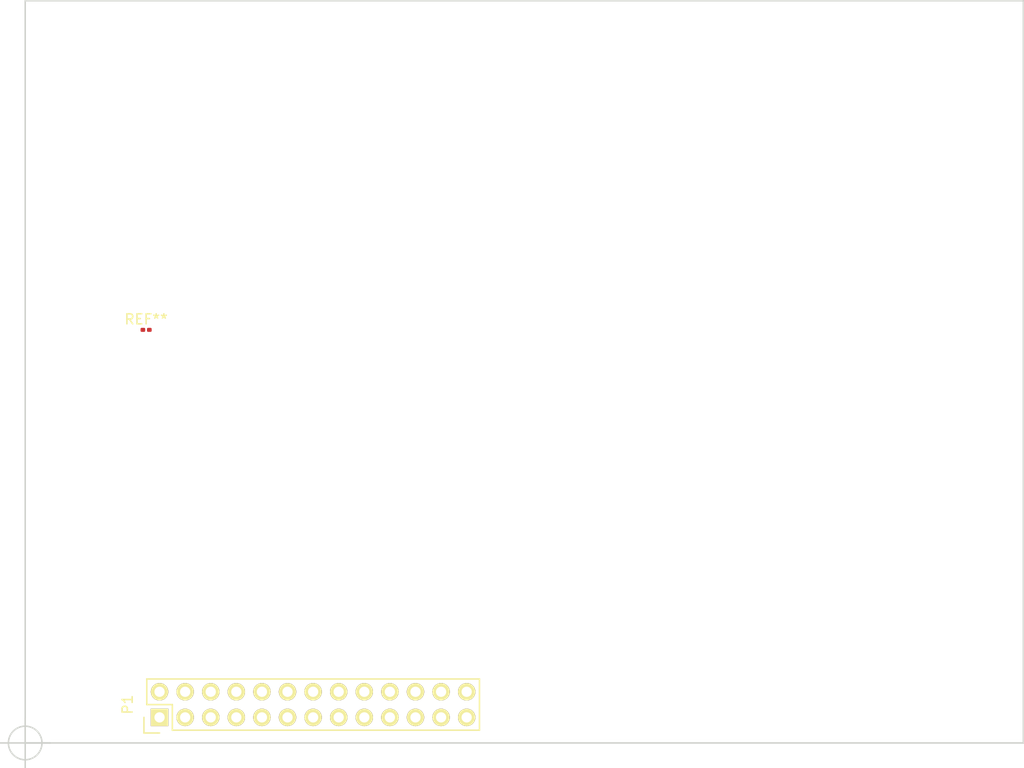
<source format=kicad_pcb>
(kicad_pcb (version 20220621) (generator pcbnew)
  (layers (0 "F.Cu" signal) (31 "B.Cu" signal) (34 "B.Paste" user) (35 "F.Paste" user) (36 "B.SilkS" user "B.Silkscreen") (37 "F.SilkS" user "F.Silkscreen") (38 "B.Mask" user) (39 "F.Mask" user) (44 "Edge.Cuts" user))
  (net 0 "")
  (net 1 "GND")
  (net 2 "+5V")
  (net 3 "+3V3")
  (net 4 "GPIO_SPI_CS#")
  (net 5 "GPIO_UART1_TXD")
  (net 6 "GPIO_SPI_MISO")
  (net 7 "GPIO_UART1_RXD")
  (net 8 "GPIO_SPI_MOSI")
  (net 9 "GPIO_UART1_CTS")
  (net 10 "GPIO_SPI_CLK")
  (net 11 "GPIO_UART1_RTS")
  (net 12 "GPIO_I2C_SCL")
  (net 13 "GPIO_I2S_CLK")
  (net 14 "GPIO_I2C_SDA")
  (net 15 "GPIO_I2S_FRM")
  (net 16 "GPIO_UART2_TXD")
  (net 17 "GPIO_I2S_DO")
  (net 18 "GPIO_UART2_RXD")
  (net 19 "GPIO_I2S_DI")
  (net 20 "GPIO_S5_0")
  (net 21 "GPIO_PWM0")
  (net 22 "GPIO_S5_1")
  (net 23 "GPIO_PWM1")
  (net 24 "GPIO_S5_2")
  (net 25 "I2SMCLK_GPIO")
  (footprint "Pin_Headers:Pin_Header_Straight_2x13" (layer "F.Cu") (at 109.855 142.24 90)
    (fp_text reference "P1" (at 1.27 -3.175 90) (layer "F.SilkS"))
    (fp_text value "CONN_02X13" hide)
    (fp_line (start -1.55 -1.55) (end -1.55 0) (stroke (width 0.15)) (layer "F.SilkS"))
    (fp_line (start -1.27 1.27) (end -1.27 31.75) (stroke (width 0.15)) (layer "F.SilkS"))
    (fp_line (start 0 -1.55) (end -1.55 -1.55) (stroke (width 0.15)) (layer "F.SilkS"))
    (fp_line (start 1.27 -1.27) (end 1.27 1.27) (stroke (width 0.15)) (layer "F.SilkS"))
    (fp_line (start 1.27 1.27) (end -1.27 1.27) (stroke (width 0.15)) (layer "F.SilkS"))
    (fp_line (start 3.81 -1.27) (end 1.27 -1.27) (stroke (width 0.15)) (layer "F.SilkS"))
    (fp_line (start 3.81 -1.27) (end 3.81 31.75) (stroke (width 0.15)) (layer "F.SilkS"))
    (fp_line (start 3.81 31.75) (end -1.27 31.75) (stroke (width 0.15)) (layer "F.SilkS"))
    (pad "1" thru_hole rect locked (at 0 0 90) (size 1.7272 1.7272) (drill 1.016) (layers *.Cu *.Mask "F.SilkS") (net 1 "GND"))
    (pad "2" thru_hole oval locked (at 2.54 0 90) (size 1.7272 1.7272) (drill 1.016) (layers *.Cu *.Mask "F.SilkS") (net 1 "GND"))
    (pad "3" thru_hole oval locked (at 0 2.54 90) (size 1.7272 1.7272) (drill 1.016) (layers *.Cu *.Mask "F.SilkS") (net 2 "+5V"))
    (pad "4" thru_hole oval locked (at 2.54 2.54 90) (size 1.7272 1.7272) (drill 1.016) (layers *.Cu *.Mask "F.SilkS") (net 3 "+3V3"))
    (pad "5" thru_hole oval locked (at 0 5.08 90) (size 1.7272 1.7272) (drill 1.016) (layers *.Cu *.Mask "F.SilkS") (net 4 "GPIO_SPI_CS#"))
    (pad "6" thru_hole oval locked (at 2.54 5.08 90) (size 1.7272 1.7272) (drill 1.016) (layers *.Cu *.Mask "F.SilkS") (net 5 "GPIO_UART1_TXD"))
    (pad "7" thru_hole oval locked (at 0 7.62 90) (size 1.7272 1.7272) (drill 1.016) (layers *.Cu *.Mask "F.SilkS") (net 6 "GPIO_SPI_MISO"))
    (pad "8" thru_hole oval locked (at 2.54 7.62 90) (size 1.7272 1.7272) (drill 1.016) (layers *.Cu *.Mask "F.SilkS") (net 7 "GPIO_UART1_RXD"))
    (pad "9" thru_hole oval locked (at 0 10.16 90) (size 1.7272 1.7272) (drill 1.016) (layers *.Cu *.Mask "F.SilkS") (net 8 "GPIO_SPI_MOSI"))
    (pad "10" thru_hole oval locked (at 2.54 10.16 90) (size 1.7272 1.7272) (drill 1.016) (layers *.Cu *.Mask "F.SilkS") (net 9 "GPIO_UART1_CTS"))
    (pad "11" thru_hole oval locked (at 0 12.7 90) (size 1.7272 1.7272) (drill 1.016) (layers *.Cu *.Mask "F.SilkS") (net 10 "GPIO_SPI_CLK"))
    (pad "12" thru_hole oval locked (at 2.54 12.7 90) (size 1.7272 1.7272) (drill 1.016) (layers *.Cu *.Mask "F.SilkS") (net 11 "GPIO_UART1_RTS"))
    (pad "13" thru_hole oval locked (at 0 15.24 90) (size 1.7272 1.7272) (drill 1.016) (layers *.Cu *.Mask "F.SilkS") (net 12 "GPIO_I2C_SCL"))
    (pad "14" thru_hole oval locked (at 2.54 15.24 90) (size 1.7272 1.7272) (drill 1.016) (layers *.Cu *.Mask "F.SilkS") (net 13 "GPIO_I2S_CLK"))
    (pad "15" thru_hole oval locked (at 0 17.78 90) (size 1.7272 1.7272) (drill 1.016) (layers *.Cu *.Mask "F.SilkS") (net 14 "GPIO_I2C_SDA"))
    (pad "16" thru_hole oval locked (at 2.54 17.78 90) (size 1.7272 1.7272) (drill 1.016) (layers *.Cu *.Mask "F.SilkS") (net 15 "GPIO_I2S_FRM"))
    (pad "17" thru_hole oval locked (at 0 20.32 90) (size 1.7272 1.7272) (drill 1.016) (layers *.Cu *.Mask "F.SilkS") (net 16 "GPIO_UART2_TXD"))
    (pad "18" thru_hole oval locked (at 2.54 20.32 90) (size 1.7272 1.7272) (drill 1.016) (layers *.Cu *.Mask "F.SilkS") (net 17 "GPIO_I2S_DO"))
    (pad "19" thru_hole oval locked (at 0 22.86 90) (size 1.7272 1.7272) (drill 1.016) (layers *.Cu *.Mask "F.SilkS") (net 18 "GPIO_UART2_RXD"))
    (pad "20" thru_hole oval locked (at 2.54 22.86 90) (size 1.7272 1.7272) (drill 1.016) (layers *.Cu *.Mask "F.SilkS") (net 19 "GPIO_I2S_DI"))
    (pad "21" thru_hole oval locked (at 0 25.4 90) (size 1.7272 1.7272) (drill 1.016) (layers *.Cu *.Mask "F.SilkS") (net 20 "GPIO_S5_0"))
    (pad "22" thru_hole oval locked (at 2.54 25.4 90) (size 1.7272 1.7272) (drill 1.016) (layers *.Cu *.Mask "F.SilkS") (net 21 "GPIO_PWM0"))
    (pad "23" thru_hole oval locked (at 0 27.94 90) (size 1.7272 1.7272) (drill 1.016) (layers *.Cu *.Mask "F.SilkS") (net 22 "GPIO_S5_1"))
    (pad "24" thru_hole oval locked (at 2.54 27.94 90) (size 1.7272 1.7272) (drill 1.016) (layers *.Cu *.Mask "F.SilkS") (net 23 "GPIO_PWM1"))
    (pad "25" thru_hole oval locked (at 0 30.48 90) (size 1.7272 1.7272) (drill 1.016) (layers *.Cu *.Mask "F.SilkS") (net 24 "GPIO_S5_2"))
    (pad "26" thru_hole oval locked (at 2.54 30.48 90) (size 1.7272 1.7272) (drill 1.016) (layers *.Cu *.Mask "F.SilkS") (net 25 "I2SMCLK_GPIO"))
  )
  (footprint "Mounting_Holes:MountingHole_3-5mm" (layer "F.Cu") (at 191.77 140.97)
    (fp_text reference "MK2" hide)
    (fp_text value "Mounting_Hole" hide)
    (pad "" np_thru_hole circle locked (at 0 0) (size 3.5 3.5) (drill 3.5) (layers F&B.Cu *.Mask))
  )
  (footprint "Mounting_Holes:MountingHole_3-5mm" (layer "F.Cu") (at 100.33 140.97)
    (fp_text reference "MK1" hide)
    (fp_text value "Mounting_Hole" hide)
    (pad "" np_thru_hole circle locked (at 0 0) (size 3.5 3.5) (drill 3.5) (layers F&B.Cu *.Mask))
  )
  (footprint "Mounting_Holes:MountingHole_3-5mm" (layer "F.Cu") (at 100.33 74.93)
    (fp_text reference "MK4" hide)
    (fp_text value "Mounting_Hole" hide)
    (pad "" np_thru_hole circle locked (at 0 0) (size 3.5 3.5) (drill 3.5) (layers F&B.Cu *.Mask))
  )
  (footprint "Mounting_Holes:MountingHole_3-5mm" (layer "F.Cu") (at 191.77 74.93)
    (fp_text reference "MK3" hide)
    (fp_text value "Mounting_Hole" hide)
    (pad "" np_thru_hole circle locked (at 0 0) (size 3.5 3.5) (drill 3.5) (layers F&B.Cu *.Mask))
  )
  (footprint "Resistor_SMD:R_0201_0603Metric" (layer "F.Cu") (at 108.52 103.78)
    (fp_text reference "REF**" (at 0 -1.05) (layer "F.SilkS"))
    (fp_text value "R_0201_0603Metric")
    (pad "1" smd roundrect locked (at -0.32 0) (size 0.46 0.4) (layers "F.Cu" "F.Mask"))
    (pad "2" smd roundrect locked (at 0.32 0) (size 0.46 0.4) (layers "F.Cu" "F.Mask"))
  )
  (gr_line (start 195.58 71.12) (end 96.52 71.12) (stroke (width 0.15)) (layer "Edge.Cuts"))
  (gr_line (start 96.52 144.78) (end 195.58 144.78) (stroke (width 0.15)) (layer "Edge.Cuts"))
  (gr_line (start 195.58 144.78) (end 195.58 71.12) (stroke (width 0.15)) (layer "Edge.Cuts"))
  (gr_line (start 96.52 71.12) (end 96.52 144.78) (stroke (width 0.15)) (layer "Edge.Cuts"))
  (target plus (at 96.52 144.78) (size 5) (width 0.15) (layer "Edge.Cuts"))
)
</source>
